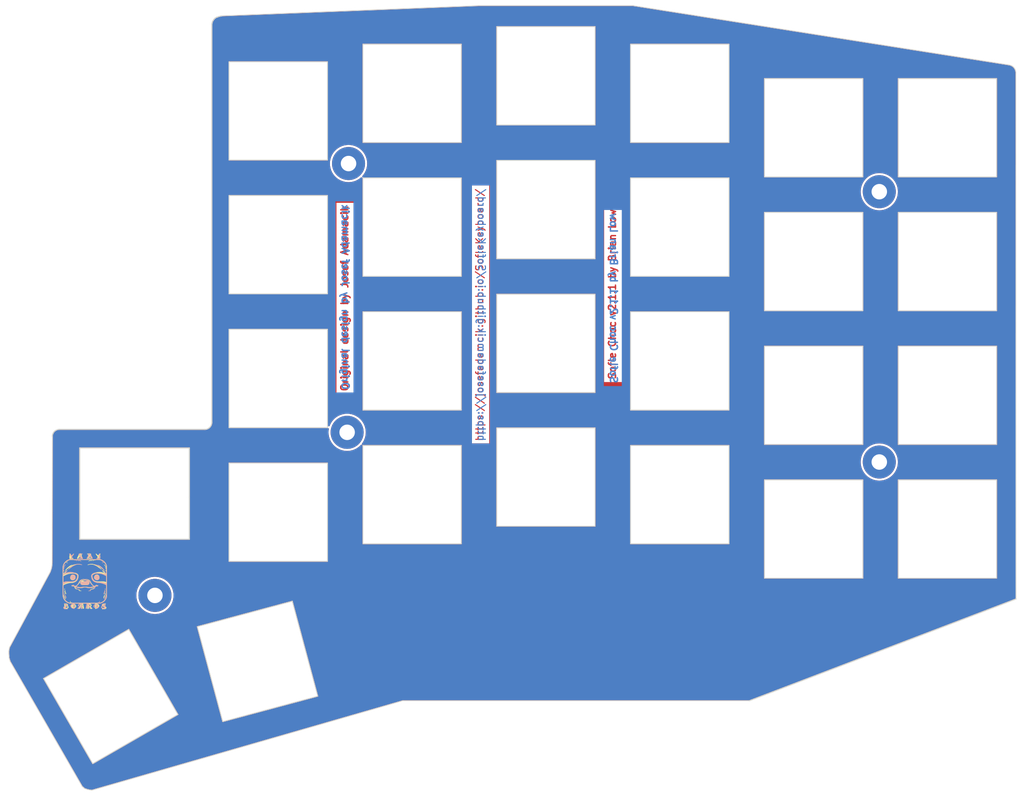
<source format=kicad_pcb>
(kicad_pcb (version 20221018) (generator pcbnew)
  (layers (0 "F.Cu" signal) (31 "B.Cu" signal) (34 "B.Paste" user) (35 "F.Paste" user) (36 "B.SilkS" user "B.Silkscreen") (37 "F.SilkS" user "F.Silkscreen") (38 "B.Mask" user) (39 "F.Mask" user) (44 "Edge.Cuts" user))
  (net 0 "")
  (footprint "SofleKeyboard-footprint:HOLE_M2_TH" (layer "F.Cu") (at 207.22 63.22)
    (fp_text reference "TH4" hide)
    (fp_text value "HOLE" hide)
    (pad "" thru_hole circle (at -0.225 -0.275 90) (size 4.7 4.7) (drill 2.2) (layers "*.Cu" "*.Mask" "Dwgs.User") (clearance 0.3))
  )
  (footprint "SofleKeyboard-footprint:HOLE_M2_TH" (layer "F.Cu") (at 131.4278 59.0114)
    (fp_text reference "TH3" hide)
    (fp_text value "HOLE" hide)
    (pad "" thru_hole circle (at 0.025 -0.075 90) (size 4.7 4.7) (drill 2.2) (layers "*.Cu" "*.Mask" "Dwgs.User") (clearance 0.3))
  )
  (footprint "SofleKeyboard-footprint:HOLE_M2_TH" (layer "F.Cu") (at 207.17 101.47)
    (fp_text reference "TH6" hide)
    (fp_text value "HOLE" hide)
    (pad "" thru_hole circle (at -0.175 -0.025 90) (size 4.7 4.7) (drill 2.2) (layers "*.Cu" "*.Mask" "Dwgs.User") (clearance 0.3))
  )
  (footprint "SofleKeyboard-footprint:HOLE_M2_TH" (layer "F.Cu") (at 131.2778 97.2914)
    (fp_text reference "TH5" hide)
    (fp_text value "HOLE" hide)
    (pad "" thru_hole circle (at -0.025 -0.075 90) (size 4.7 4.7) (drill 2.2) (layers "*.Cu" "*.Mask" "Dwgs.User") (clearance 0.3))
  )
  (footprint "SofleKeyboard-footprint:HOLE_M2_TH" (layer "F.Cu") (at 103.8978 120.4414 90)
    (fp_text reference "TH7" hide)
    (fp_text value "HOLE" hide)
    (pad "" thru_hole circle (at 0 0 180) (size 4.7 4.7) (drill 2.2) (layers "*.Cu" "*.Mask" "Dwgs.User") (clearance 0.3))
  )
  (footprint "SofleChocTop:SW_Hole" (layer "F.Cu") (at 216.6978 53.8414)
    (fp_text reference "SW2" hide)
    (fp_text value "KEY_SWITCH" hide)
    (fp_line (start -7 -7) (end -7 7) (stroke (width 0.12)) (layer "Edge.Cuts"))
    (fp_line (start -7 7) (end 7 7) (stroke (width 0.12)) (layer "Edge.Cuts"))
    (fp_line (start 7 -7) (end -7 -7) (stroke (width 0.12)) (layer "Edge.Cuts"))
    (fp_line (start 7 7) (end 7 -7) (stroke (width 0.12)) (layer "Edge.Cuts"))
  )
  (footprint "SofleChocTop:SW_Hole" (layer "F.Cu") (at 197.6478 53.8414)
    (fp_text reference "SW2" hide)
    (fp_text value "KEY_SWITCH" hide)
    (fp_line (start -7 -7) (end -7 7) (stroke (width 0.12)) (layer "Edge.Cuts"))
    (fp_line (start -7 7) (end 7 7) (stroke (width 0.12)) (layer "Edge.Cuts"))
    (fp_line (start 7 -7) (end -7 -7) (stroke (width 0.12)) (layer "Edge.Cuts"))
    (fp_line (start 7 7) (end 7 -7) (stroke (width 0.12)) (layer "Edge.Cuts"))
  )
  (footprint "SofleChocTop:SW_Hole" (layer "F.Cu") (at 197.6478 72.8914)
    (fp_text reference "SW2" hide)
    (fp_text value "KEY_SWITCH" hide)
    (fp_line (start -7 -7) (end -7 7) (stroke (width 0.12)) (layer "Edge.Cuts"))
    (fp_line (start -7 7) (end 7 7) (stroke (width 0.12)) (layer "Edge.Cuts"))
    (fp_line (start 7 -7) (end -7 -7) (stroke (width 0.12)) (layer "Edge.Cuts"))
    (fp_line (start 7 7) (end 7 -7) (stroke (width 0.12)) (layer "Edge.Cuts"))
  )
  (footprint "SofleChocTop:SW_Hole" (layer "F.Cu") (at 216.6978 72.8914)
    (fp_text reference "SW2" hide)
    (fp_text value "KEY_SWITCH" hide)
    (fp_line (start -7 -7) (end -7 7) (stroke (width 0.12)) (layer "Edge.Cuts"))
    (fp_line (start -7 7) (end 7 7) (stroke (width 0.12)) (layer "Edge.Cuts"))
    (fp_line (start 7 -7) (end -7 -7) (stroke (width 0.12)) (layer "Edge.Cuts"))
    (fp_line (start 7 7) (end 7 -7) (stroke (width 0.12)) (layer "Edge.Cuts"))
  )
  (footprint "SofleChocTop:SW_Hole" (layer "F.Cu") (at 197.6478 91.9414)
    (fp_text reference "SW2" hide)
    (fp_text value "KEY_SWITCH" hide)
    (fp_line (start -7 -7) (end -7 7) (stroke (width 0.12)) (layer "Edge.Cuts"))
    (fp_line (start -7 7) (end 7 7) (stroke (width 0.12)) (layer "Edge.Cuts"))
    (fp_line (start 7 -7) (end -7 -7) (stroke (width 0.12)) (layer "Edge.Cuts"))
    (fp_line (start 7 7) (end 7 -7) (stroke (width 0.12)) (layer "Edge.Cuts"))
  )
  (footprint "SofleChocTop:SW_Hole" (layer "F.Cu") (at 216.6978 91.9414)
    (fp_text reference "SW2" hide)
    (fp_text value "KEY_SWITCH" hide)
    (fp_line (start -7 -7) (end -7 7) (stroke (width 0.12)) (layer "Edge.Cuts"))
    (fp_line (start -7 7) (end 7 7) (stroke (width 0.12)) (layer "Edge.Cuts"))
    (fp_line (start 7 -7) (end -7 -7) (stroke (width 0.12)) (layer "Edge.Cuts"))
    (fp_line (start 7 7) (end 7 -7) (stroke (width 0.12)) (layer "Edge.Cuts"))
  )
  (footprint "SofleChocTop:SW_Hole" (layer "F.Cu") (at 197.6478 110.9914)
    (fp_text reference "SW2" hide)
    (fp_text value "KEY_SWITCH" hide)
    (fp_line (start -7 -7) (end -7 7) (stroke (width 0.12)) (layer "Edge.Cuts"))
    (fp_line (start -7 7) (end 7 7) (stroke (width 0.12)) (layer "Edge.Cuts"))
    (fp_line (start 7 -7) (end -7 -7) (stroke (width 0.12)) (layer "Edge.Cuts"))
    (fp_line (start 7 7) (end 7 -7) (stroke (width 0.12)) (layer "Edge.Cuts"))
  )
  (footprint "SofleChocTop:SW_Hole" (layer "F.Cu") (at 178.5978 48.9414)
    (fp_text reference "SW2" hide)
    (fp_text value "KEY_SWITCH" hide)
    (fp_line (start -7 -7) (end -7 7) (stroke (width 0.12)) (layer "Edge.Cuts"))
    (fp_line (start -7 7) (end 7 7) (stroke (width 0.12)) (layer "Edge.Cuts"))
    (fp_line (start 7 -7) (end -7 -7) (stroke (width 0.12)) (layer "Edge.Cuts"))
    (fp_line (start 7 7) (end 7 -7) (stroke (width 0.12)) (layer "Edge.Cuts"))
  )
  (footprint "SofleChocTop:SW_Hole" (layer "F.Cu") (at 178.5978 67.9914)
    (fp_text reference "SW2" hide)
    (fp_text value "KEY_SWITCH" hide)
    (fp_line (start -7 -7) (end -7 7) (stroke (width 0.12)) (layer "Edge.Cuts"))
    (fp_line (start -7 7) (end 7 7) (stroke (width 0.12)) (layer "Edge.Cuts"))
    (fp_line (start 7 -7) (end -7 -7) (stroke (width 0.12)) (layer "Edge.Cuts"))
    (fp_line (start 7 7) (end 7 -7) (stroke (width 0.12)) (layer "Edge.Cuts"))
  )
  (footprint "SofleChocTop:SW_Hole" (layer "F.Cu") (at 178.5978 87.0414)
    (fp_text reference "SW2" hide)
    (fp_text value "KEY_SWITCH" hide)
    (fp_line (start -7 -7) (end -7 7) (stroke (width 0.12)) (layer "Edge.Cuts"))
    (fp_line (start -7 7) (end 7 7) (stroke (width 0.12)) (layer "Edge.Cuts"))
    (fp_line (start 7 -7) (end -7 -7) (stroke (width 0.12)) (layer "Edge.Cuts"))
    (fp_line (start 7 7) (end 7 -7) (stroke (width 0.12)) (layer "Edge.Cuts"))
  )
  (footprint "SofleChocTop:SW_Hole" (layer "F.Cu") (at 178.5978 106.0914)
    (fp_text reference "SW2" hide)
    (fp_text value "KEY_SWITCH" hide)
    (fp_line (start -7 -7) (end -7 7) (stroke (width 0.12)) (layer "Edge.Cuts"))
    (fp_line (start -7 7) (end 7 7) (stroke (width 0.12)) (layer "Edge.Cuts"))
    (fp_line (start 7 -7) (end -7 -7) (stroke (width 0.12)) (layer "Edge.Cuts"))
    (fp_line (start 7 7) (end 7 -7) (stroke (width 0.12)) (layer "Edge.Cuts"))
  )
  (footprint "SofleChocTop:SW_Hole" (layer "F.Cu") (at 159.5478 46.4414)
    (fp_text reference "SW2" hide)
    (fp_text value "KEY_SWITCH" hide)
    (fp_line (start -7 -7) (end -7 7) (stroke (width 0.12)) (layer "Edge.Cuts"))
    (fp_line (start -7 7) (end 7 7) (stroke (width 0.12)) (layer "Edge.Cuts"))
    (fp_line (start 7 -7) (end -7 -7) (stroke (width 0.12)) (layer "Edge.Cuts"))
    (fp_line (start 7 7) (end 7 -7) (stroke (width 0.12)) (layer "Edge.Cuts"))
  )
  (footprint "SofleChocTop:SW_Hole" (layer "F.Cu") (at 159.5478 65.4914)
    (fp_text reference "SW2" hide)
    (fp_text value "KEY_SWITCH" hide)
    (fp_line (start -7 -7) (end -7 7) (stroke (width 0.12)) (layer "Edge.Cuts"))
    (fp_line (start -7 7) (end 7 7) (stroke (width 0.12)) (layer "Edge.Cuts"))
    (fp_line (start 7 -7) (end -7 -7) (stroke (width 0.12)) (layer "Edge.Cuts"))
    (fp_line (start 7 7) (end 7 -7) (stroke (width 0.12)) (layer "Edge.Cuts"))
  )
  (footprint "SofleChocTop:SW_Hole" (layer "F.Cu") (at 159.5478 84.5414)
    (fp_text reference "SW2" hide)
    (fp_text value "KEY_SWITCH" hide)
    (fp_line (start -7 -7) (end -7 7) (stroke (width 0.12)) (layer "Edge.Cuts"))
    (fp_line (start -7 7) (end 7 7) (stroke (width 0.12)) (layer "Edge.Cuts"))
    (fp_line (start 7 -7) (end -7 -7) (stroke (width 0.12)) (layer "Edge.Cuts"))
    (fp_line (start 7 7) (end 7 -7) (stroke (width 0.12)) (layer "Edge.Cuts"))
  )
  (footprint "SofleChocTop:SW_Hole" (layer "F.Cu") (at 159.5478 103.5914)
    (fp_text reference "SW2" hide)
    (fp_text value "KEY_SWITCH" hide)
    (fp_line (start -7 -7) (end -7 7) (stroke (width 0.12)) (layer "Edge.Cuts"))
    (fp_line (start -7 7) (end 7 7) (stroke (width 0.12)) (layer "Edge.Cuts"))
    (fp_line (start 7 -7) (end -7 -7) (stroke (width 0.12)) (layer "Edge.Cuts"))
    (fp_line (start 7 7) (end 7 -7) (stroke (width 0.12)) (layer "Edge.Cuts"))
  )
  (footprint "SofleChocTop:SW_Hole" (layer "F.Cu") (at 140.4978 48.9414)
    (fp_text reference "SW2" hide)
    (fp_text value "KEY_SWITCH" hide)
    (fp_line (start -7 -7) (end -7 7) (stroke (width 0.12)) (layer "Edge.Cuts"))
    (fp_line (start -7 7) (end 7 7) (stroke (width 0.12)) (layer "Edge.Cuts"))
    (fp_line (start 7 -7) (end -7 -7) (stroke (width 0.12)) (layer "Edge.Cuts"))
    (fp_line (start 7 7) (end 7 -7) (stroke (width 0.12)) (layer "Edge.Cuts"))
  )
  (footprint "SofleChocTop:SW_Hole" (layer "F.Cu") (at 140.4978 67.9914)
    (fp_text reference "SW2" hide)
    (fp_text value "KEY_SWITCH" hide)
    (fp_line (start -7 -7) (end -7 7) (stroke (width 0.12)) (layer "Edge.Cuts"))
    (fp_line (start -7 7) (end 7 7) (stroke (width 0.12)) (layer "Edge.Cuts"))
    (fp_line (start 7 -7) (end -7 -7) (stroke (width 0.12)) (layer "Edge.Cuts"))
    (fp_line (start 7 7) (end 7 -7) (stroke (width 0.12)) (layer "Edge.Cuts"))
  )
  (footprint "SofleChocTop:SW_Hole" (layer "F.Cu") (at 140.4978 87.0414)
    (fp_text reference "SW2" hide)
    (fp_text value "KEY_SWITCH" hide)
    (fp_line (start -7 -7) (end -7 7) (stroke (width 0.12)) (layer "Edge.Cuts"))
    (fp_line (start -7 7) (end 7 7) (stroke (width 0.12)) (layer "Edge.Cuts"))
    (fp_line (start 7 -7) (end -7 -7) (stroke (width 0.12)) (layer "Edge.Cuts"))
    (fp_line (start 7 7) (end 7 -7) (stroke (width 0.12)) (layer "Edge.Cuts"))
  )
  (footprint "SofleChocTop:SW_Hole" (layer "F.Cu") (at 140.4978 106.0914)
    (fp_text reference "SW2" hide)
    (fp_text value "KEY_SWITCH" hide)
    (fp_line (start -7 -7) (end -7 7) (stroke (width 0.12)) (layer "Edge.Cuts"))
    (fp_line (start -7 7) (end 7 7) (stroke (width 0.12)) (layer "Edge.Cuts"))
    (fp_line (start 7 -7) (end -7 -7) (stroke (width 0.12)) (layer "Edge.Cuts"))
    (fp_line (start 7 7) (end 7 -7) (stroke (width 0.12)) (layer "Edge.Cuts"))
  )
  (footprint "SofleChocTop:SW_Hole" (layer "F.Cu") (at 121.4478 51.4414)
    (fp_text reference "SW2" hide)
    (fp_text value "KEY_SWITCH" hide)
    (fp_line (start -7 -7) (end -7 7) (stroke (width 0.12)) (layer "Edge.Cuts"))
    (fp_line (start -7 7) (end 7 7) (stroke (width 0.12)) (layer "Edge.Cuts"))
    (fp_line (start 7 -7) (end -7 -7) (stroke (width 0.12)) (layer "Edge.Cuts"))
    (fp_line (start 7 7) (end 7 -7) (stroke (width 0.12)) (layer "Edge.Cuts"))
  )
  (footprint "SofleChocTop:SW_Hole" (layer "F.Cu") (at 121.4478 70.4914)
    (fp_text reference "SW2" hide)
    (fp_text value "KEY_SWITCH" hide)
    (fp_line (start -7 -7) (end -7 7) (stroke (width 0.12)) (layer "Edge.Cuts"))
    (fp_line (start -7 7) (end 7 7) (stroke (width 0.12)) (layer "Edge.Cuts"))
    (fp_line (start 7 -7) (end -7 -7) (stroke (width 0.12)) (layer "Edge.Cuts"))
    (fp_line (start 7 7) (end 7 -7) (stroke (width 0.12)) (layer "Edge.Cuts"))
  )
  (footprint "SofleChocTop:SW_Hole" (layer "F.Cu") (at 121.4478 89.5414)
    (fp_text reference "SW2" hide)
    (fp_text value "KEY_SWITCH" hide)
    (fp_line (start -7 -7) (end -7 7) (stroke (width 0.12)) (layer "Edge.Cuts"))
    (fp_line (start -7 7) (end 7 7) (stroke (width 0.12)) (layer "Edge.Cuts"))
    (fp_line (start 7 -7) (end -7 -7) (stroke (width 0.12)) (layer "Edge.Cuts"))
    (fp_line (start 7 7) (end 7 -7) (stroke (width 0.12)) (layer "Edge.Cuts"))
  )
  (footprint "SofleChocTop:SW_Hole" (layer "F.Cu") (at 121.4478 108.5914)
    (fp_text reference "SW2" hide)
    (fp_text value "KEY_SWITCH" hide)
    (fp_line (start -7 -7) (end -7 7) (stroke (width 0.12)) (layer "Edge.Cuts"))
    (fp_line (start -7 7) (end 7 7) (stroke (width 0.12)) (layer "Edge.Cuts"))
    (fp_line (start 7 -7) (end -7 -7) (stroke (width 0.12)) (layer "Edge.Cuts"))
    (fp_line (start 7 7) (end 7 -7) (stroke (width 0.12)) (layer "Edge.Cuts"))
  )
  (footprint "SofleChocTop:SW_Hole" (layer "F.Cu") (at 118.4978 129.8414 -165)
    (fp_text reference "SW2" hide)
    (fp_text value "KEY_SWITCH" hide)
    (fp_line (start -7 -7) (end -7 7) (stroke (width 0.12)) (layer "Edge.Cuts"))
    (fp_line (start -7 7) (end 7 7) (stroke (width 0.12)) (layer "Edge.Cuts"))
    (fp_line (start 7 -7) (end -7 -7) (stroke (width 0.12)) (layer "Edge.Cuts"))
    (fp_line (start 7 7) (end 7 -7) (stroke (width 0.12)) (layer "Edge.Cuts"))
  )
  (footprint "SofleChocTop:SW_Hole" (layer "F.Cu") (at 97.6078 134.8414 120)
    (fp_text reference "SW2" hide)
    (fp_text value "KEY_SWITCH" hide)
    (fp_line (start -7 -7) (end -7 7) (stroke (width 0.12)) (layer "Edge.Cuts"))
    (fp_line (start -7 7) (end 7 7) (stroke (width 0.12)) (layer "Edge.Cuts"))
    (fp_line (start 7 -7) (end -7 -7) (stroke (width 0.12)) (layer "Edge.Cuts"))
    (fp_line (start 7 7) (end 7 -7) (stroke (width 0.12)) (layer "Edge.Cuts"))
  )
  (footprint "SofleChocTop:SW_Hole" (layer "F.Cu") (at 216.6978 110.9914)
    (fp_text reference "SW2" hide)
    (fp_text value "KEY_SWITCH" hide)
    (fp_line (start -7 -7) (end -7 7) (stroke (width 0.12)) (layer "Edge.Cuts"))
    (fp_line (start -7 7) (end 7 7) (stroke (width 0.12)) (layer "Edge.Cuts"))
    (fp_line (start 7 -7) (end -7 -7) (stroke (width 0.12)) (layer "Edge.Cuts"))
    (fp_line (start 7 7) (end 7 -7) (stroke (width 0.12)) (layer "Edge.Cuts"))
  )
  (footprint "Custom_Boehmi:Slothface" (layer "F.Cu") (at 93.924 118.445)
    (fp_text reference "G***" hide)
    (fp_text value "LOGO" hide)
  )
  (footprint "Custom_Boehmi:Logo" (layer "F.Cu") (at 158.424 123.60264)
    (fp_text reference "G***" hide)
    (fp_text value "LOGO" hide)
  )
  (footprint "Custom_Boehmi:Logo" (layer "B.Cu") (at 158.424 123.60264 180)
    (fp_text reference "G***" hide)
    (fp_text value "LOGO" hide)
  )
  (footprint "Custom_Boehmi:Slothface" (layer "B.Cu") (at 93.924 118.445 180)
    (fp_text reference "G***" hide)
    (fp_text value "LOGO" hide)
  )
  (gr_line (start 108.795 112.445) (end 108.795 106.445) (stroke (width 0.15)) (layer "Edge.Cuts"))
  (gr_line (start 226.278881 45.442807) (end 226.365281 45.623672) (stroke (width 0.1)) (layer "Edge.Cuts"))
  (gr_line (start 93.545 147.645) (end 83.295 129.845) (stroke (width 0.1)) (layer "Edge.Cuts"))
  (gr_line (start 171.945 36.445) (end 225.470441 44.890146) (stroke (width 0.1)) (layer "Edge.Cuts"))
  (gr_line (start 89.270257 115.845) (end 89.195 116.495) (stroke (width 0.1)) (layer "Edge.Cuts"))
  (gr_line (start 94.345 148.095) (end 94.895 148.195) (stroke (width 0.1)) (layer "Edge.Cuts"))
  (gr_line (start 83.145 129.345) (end 83.095 128.745) (stroke (width 0.1)) (layer "Edge.Cuts"))
  (gr_line (start 93.895 147.945) (end 94.345 148.095) (stroke (width 0.1)) (layer "Edge.Cuts"))
  (gr_line (start 225.672111 44.941776) (end 225.856871 45.026466) (stroke (width 0.1)) (layer "Edge.Cuts"))
  (gr_line (start 226.465181 120.945) (end 188.495 135.445) (stroke (width 0.15)) (layer "Edge.Cuts"))
  (gr_line (start 89.195 116.495) (end 88.995 117.095) (stroke (width 0.1)) (layer "Edge.Cuts"))
  (gr_line (start 83.095 128.745) (end 83.095 128.345) (stroke (width 0.1)) (layer "Edge.Cuts"))
  (gr_line (start 93.545 147.645) (end 93.895 147.945) (stroke (width 0.1)) (layer "Edge.Cuts"))
  (gr_line (start 225.470441 44.890146) (end 225.672111 44.941776) (stroke (width 0.1)) (layer "Edge.Cuts"))
  (gr_line (start 226.438181 46.026902) (end 226.465181 120.945) (stroke (width 0.1)) (layer "Edge.Cuts"))
  (gr_line (start 226.419381 45.819571) (end 226.438181 46.026902) (stroke (width 0.1)) (layer "Edge.Cuts"))
  (gr_line (start 83.195 127.845) (end 88.995 117.095) (stroke (width 0.1)) (layer "Edge.Cuts"))
  (gr_line (start 226.365281 45.623672) (end 226.419381 45.819571) (stroke (width 0.1)) (layer "Edge.Cuts"))
  (gr_line (start 149.995 36.445) (end 113.395 37.9) (stroke (width 0.1)) (layer "Edge.Cuts"))
  (gr_line (start 139.149128 135.445) (end 188.495 135.445) (stroke (width 0.1)) (layer "Edge.Cuts"))
  (gr_line (start 83.295 129.845) (end 83.145 129.345) (stroke (width 0.1)) (layer "Edge.Cuts"))
  (gr_line (start 83.095 128.345) (end 83.195 127.845) (stroke (width 0.1)) (layer "Edge.Cuts"))
  (gr_line (start 139.149128 135.445) (end 94.895 148.195) (stroke (width 0.1)) (layer "Edge.Cuts"))
  (gr_line (start 226.021621 45.1406) (end 226.163321 45.280582) (stroke (width 0.1)) (layer "Edge.Cuts"))
  (gr_line (start 149.995 36.445) (end 171.945 36.445) (stroke (width 0.1)) (layer "Edge.Cuts"))
  (gr_line (start 226.163321 45.280582) (end 226.278881 45.442807) (stroke (width 0.1)) (layer "Edge.Cuts"))
  (gr_line (start 89.270257 115.845) (end 89.3 97.8) (stroke (width 0.1)) (layer "Edge.Cuts"))
  (gr_line (start 225.856871 45.026466) (end 226.021621 45.1406) (stroke (width 0.1)) (layer "Edge.Cuts"))
  (gr_line (start 108.795 99.445) (end 93.195 99.445) (stroke (width 0.15)) (layer "Edge.Cuts"))
  (gr_arc (start 111.995 95.8) (mid 111.702107 96.507107) (end 110.995 96.8) (stroke (width 0.15)) (layer "Edge.Cuts"))
  (gr_line (start 112.295 38.4) (end 112.495 38.2) (stroke (width 0.15)) (layer "Edge.Cuts"))
  (gr_line (start 111.995 95.8) (end 111.995 39.045) (stroke (width 0.15)) (layer "Edge.Cuts"))
  (gr_line (start 108.795 106.445) (end 108.795 99.445) (stroke (width 0.15)) (layer "Edge.Cuts"))
  (gr_line (start 112.695 38.1) (end 112.995 38) (stroke (width 0.15)) (layer "Edge.Cuts"))
  (gr_arc (start 89.3 97.8) (mid 89.592893 97.092893) (end 90.3 96.8) (stroke (width 0.15)) (layer "Edge.Cuts"))
  (gr_line (start 112.095 38.7) (end 112.295 38.4) (stroke (width 0.15)) (layer "Edge.Cuts"))
  (gr_line (start 93.195 99.445) (end 93.195 112.445) (stroke (width 0.15)) (layer "Edge.Cuts"))
  (gr_line (start 112.995 38) (end 113.395 37.9) (stroke (width 0.15)) (layer "Edge.Cuts"))
  (gr_line (start 112.495 38.2) (end 112.695 38.1) (stroke (width 0.15)) (layer "Edge.Cuts"))
  (gr_line (start 93.195 112.445) (end 108.795 112.445) (stroke (width 0.15)) (layer "Edge.Cuts"))
  (gr_line (start 111.995 39.045) (end 112.095 38.7) (stroke (width 0.15)) (layer "Edge.Cuts"))
  (gr_line (start 90.3 96.8) (end 110.995 96.8) (stroke (width 0.15)) (layer "Edge.Cuts"))
  (gr_text "https://josefadamcik.github.io/SofleKeyboard/" (at 150.095 80.5 90) (layer "F.Cu") (effects (font (size 1 1))))
  (gr_text "Original design by Josef Adamacik" (at 130.895 78.1414 90) (layer "F.Cu") (effects (font (size 1 1) (thickness 0.2))))
  (gr_text "Sofle Choc v2.1.1 by Brian Low" (at 168.993 77.5375 90) (layer "F.Cu") (effects (font (size 1 1) (thickness 0.2))))
  (gr_text "https://josefadamcik.github.io/SofleKeyboard/" (at 150.395 80.5 270) (layer "B.Cu") (effects (font (size 1 1)) (justify mirror)))
  (gr_text "Original design by Josef Adamacik" (at 130.995 77.9314 -90) (layer "B.Cu") (effects (font (size 1 1) (thickness 0.2)) (justify mirror)))
  (gr_text "Sofle Choc v2.1.1 by Brian Low" (at 169.1835 78.109 -90) (layer "B.Cu") (effects (font (size 1 1) (thickness 0.2)) (justify mirror)))
  (zone (net 0) (net_name "") (layer "F.Cu") (connect_pads (clearance 0.508)) (min_thickness 0.254) (fill yes (thermal_gap 0.508) (thermal_bridge_width 0.508))
    (polygon (pts (xy 81.945 128.645) (xy 93.895 149.095) (xy 138.995 136.395) (xy 158.245 136.495) (xy 188.445 136.295) (xy 226.895 122.945) (xy 226.995 44.245) (xy 172.695 35.745) (xy 88.445 38.045) (xy 88.795 116.445)))
  )
  (zone (net 0) (net_name "") (layer "B.Cu") (connect_pads (clearance 0.508)) (min_thickness 0.254) (fill yes (thermal_gap 0.508) (thermal_bridge_width 0.508))
    (polygon (pts (xy 81.845 128.695) (xy 93.595 149.295) (xy 139.095 136.295) (xy 188.445 136.745) (xy 227.595 123.145) (xy 226.795 44.745) (xy 172.495 35.645) (xy 88.595 38.345) (xy 88.945 116.095)))
  )
)
</source>
